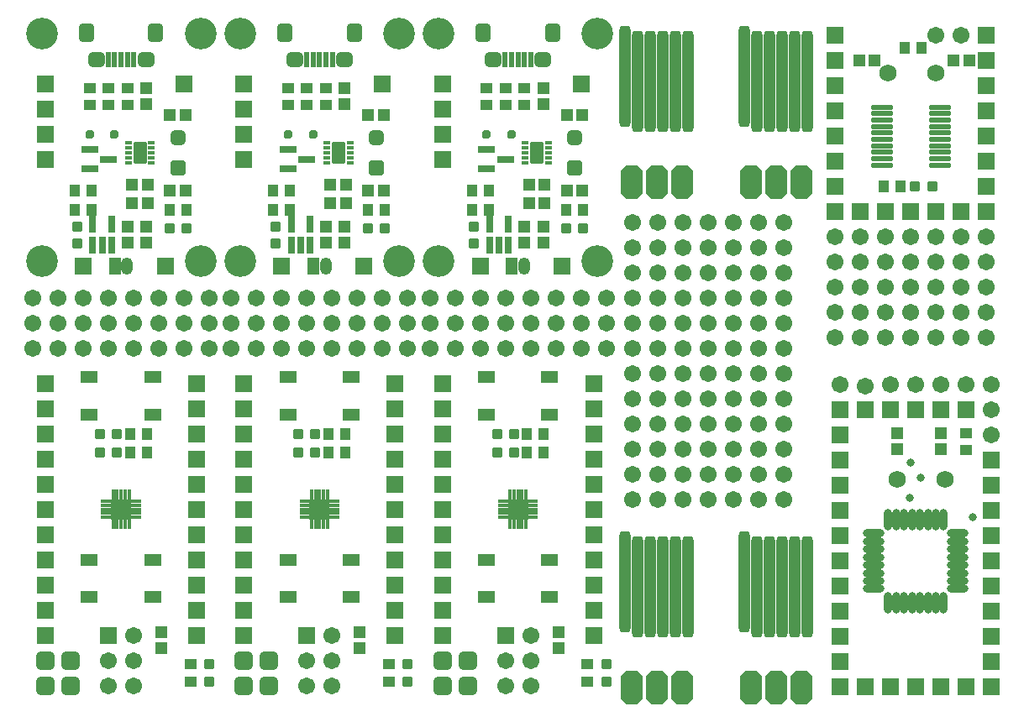
<source format=gts>
G04*
G04 #@! TF.GenerationSoftware,Altium Limited,Altium Designer,20.1.12 (249)*
G04*
G04 Layer_Color=8388736*
%FSLAX25Y25*%
%MOIN*%
G70*
G04*
G04 #@! TF.SameCoordinates,93090BFA-B333-45B1-ADBD-1567DB3BF8F2*
G04*
G04*
G04 #@! TF.FilePolarity,Negative*
G04*
G01*
G75*
%ADD60O,0.03162X0.08477*%
%ADD61O,0.08477X0.03162*%
%ADD62R,0.04737X0.04737*%
%ADD63R,0.04737X0.04343*%
%ADD64O,0.09068X0.02178*%
G04:AMPARAMS|DCode=65|XSize=39.5mil|YSize=39.5mil|CornerRadius=7.94mil|HoleSize=0mil|Usage=FLASHONLY|Rotation=180.000|XOffset=0mil|YOffset=0mil|HoleType=Round|Shape=RoundedRectangle|*
%AMROUNDEDRECTD65*
21,1,0.03950,0.02362,0,0,180.0*
21,1,0.02362,0.03950,0,0,180.0*
1,1,0.01587,-0.01181,0.01181*
1,1,0.01587,0.01181,0.01181*
1,1,0.01587,0.01181,-0.01181*
1,1,0.01587,-0.01181,-0.01181*
%
%ADD65ROUNDEDRECTD65*%
%ADD66R,0.04343X0.04737*%
%ADD67R,0.04737X0.04737*%
G04:AMPARAMS|DCode=68|XSize=86.74mil|YSize=135.95mil|CornerRadius=0mil|HoleSize=0mil|Usage=FLASHONLY|Rotation=360.000|XOffset=0mil|YOffset=0mil|HoleType=Round|Shape=Octagon|*
%AMOCTAGOND68*
4,1,8,-0.02169,0.06798,0.02169,0.06798,0.04337,0.04629,0.04337,-0.04629,0.02169,-0.06798,-0.02169,-0.06798,-0.04337,-0.04629,-0.04337,0.04629,-0.02169,0.06798,0.0*
%
%ADD68OCTAGOND68*%

G04:AMPARAMS|DCode=69|XSize=43.43mil|YSize=401.7mil|CornerRadius=12.86mil|HoleSize=0mil|Usage=FLASHONLY|Rotation=180.000|XOffset=0mil|YOffset=0mil|HoleType=Round|Shape=RoundedRectangle|*
%AMROUNDEDRECTD69*
21,1,0.04343,0.37598,0,0,180.0*
21,1,0.01772,0.40170,0,0,180.0*
1,1,0.02572,-0.00886,0.18799*
1,1,0.02572,0.00886,0.18799*
1,1,0.02572,0.00886,-0.18799*
1,1,0.02572,-0.00886,-0.18799*
%
%ADD69ROUNDEDRECTD69*%
%ADD70R,0.04737X0.04737*%
%ADD71R,0.07099X0.04737*%
G04:AMPARAMS|DCode=72|XSize=39.5mil|YSize=39.5mil|CornerRadius=7.94mil|HoleSize=0mil|Usage=FLASHONLY|Rotation=270.000|XOffset=0mil|YOffset=0mil|HoleType=Round|Shape=RoundedRectangle|*
%AMROUNDEDRECTD72*
21,1,0.03950,0.02362,0,0,270.0*
21,1,0.02362,0.03950,0,0,270.0*
1,1,0.01587,-0.01181,-0.01181*
1,1,0.01587,-0.01181,0.01181*
1,1,0.01587,0.01181,0.01181*
1,1,0.01587,0.01181,-0.01181*
%
%ADD72ROUNDEDRECTD72*%
%ADD73R,0.01587X0.03950*%
%ADD74R,0.03950X0.01587*%
%ADD75R,0.07887X0.07887*%
%ADD76R,0.02965X0.06509*%
%ADD77R,0.02965X0.06509*%
G04:AMPARAMS|DCode=78|XSize=31.62mil|YSize=35.56mil|CornerRadius=6.95mil|HoleSize=0mil|Usage=FLASHONLY|Rotation=180.000|XOffset=0mil|YOffset=0mil|HoleType=Round|Shape=RoundedRectangle|*
%AMROUNDEDRECTD78*
21,1,0.03162,0.02165,0,0,180.0*
21,1,0.01772,0.03556,0,0,180.0*
1,1,0.01391,-0.00886,0.01083*
1,1,0.01391,0.00886,0.01083*
1,1,0.01391,0.00886,-0.01083*
1,1,0.01391,-0.00886,-0.01083*
%
%ADD78ROUNDEDRECTD78*%
%ADD79R,0.03162X0.01784*%
G04:AMPARAMS|DCode=80|XSize=86.74mil|YSize=55.24mil|CornerRadius=9.91mil|HoleSize=0mil|Usage=FLASHONLY|Rotation=270.000|XOffset=0mil|YOffset=0mil|HoleType=Round|Shape=RoundedRectangle|*
%AMROUNDEDRECTD80*
21,1,0.08674,0.03543,0,0,270.0*
21,1,0.06693,0.05524,0,0,270.0*
1,1,0.01981,-0.01772,-0.03347*
1,1,0.01981,-0.01772,0.03347*
1,1,0.01981,0.01772,0.03347*
1,1,0.01981,0.01772,-0.03347*
%
%ADD80ROUNDEDRECTD80*%
G04:AMPARAMS|DCode=81|XSize=59.18mil|YSize=59.18mil|CornerRadius=10.4mil|HoleSize=0mil|Usage=FLASHONLY|Rotation=270.000|XOffset=0mil|YOffset=0mil|HoleType=Round|Shape=RoundedRectangle|*
%AMROUNDEDRECTD81*
21,1,0.05918,0.03839,0,0,270.0*
21,1,0.03839,0.05918,0,0,270.0*
1,1,0.02080,-0.01919,-0.01919*
1,1,0.02080,-0.01919,0.01919*
1,1,0.02080,0.01919,0.01919*
1,1,0.02080,0.01919,-0.01919*
%
%ADD81ROUNDEDRECTD81*%
G04:AMPARAMS|DCode=82|XSize=59.18mil|YSize=59.18mil|CornerRadius=16.8mil|HoleSize=0mil|Usage=FLASHONLY|Rotation=270.000|XOffset=0mil|YOffset=0mil|HoleType=Round|Shape=RoundedRectangle|*
%AMROUNDEDRECTD82*
21,1,0.05918,0.02559,0,0,270.0*
21,1,0.02559,0.05918,0,0,270.0*
1,1,0.03359,-0.01280,-0.01280*
1,1,0.03359,-0.01280,0.01280*
1,1,0.03359,0.01280,0.01280*
1,1,0.03359,0.01280,-0.01280*
%
%ADD82ROUNDEDRECTD82*%
%ADD83R,0.06706X0.03162*%
%ADD84R,0.02375X0.06115*%
%ADD85C,0.06706*%
%ADD86R,0.06706X0.06706*%
%ADD87C,0.06800*%
%ADD88R,0.06706X0.06706*%
%ADD89C,0.03162*%
G04:AMPARAMS|DCode=90|XSize=74.93mil|YSize=74.93mil|CornerRadius=20.73mil|HoleSize=0mil|Usage=FLASHONLY|Rotation=0.000|XOffset=0mil|YOffset=0mil|HoleType=Round|Shape=RoundedRectangle|*
%AMROUNDEDRECTD90*
21,1,0.07493,0.03347,0,0,0.0*
21,1,0.03347,0.07493,0,0,0.0*
1,1,0.04146,0.01673,-0.01673*
1,1,0.04146,-0.01673,-0.01673*
1,1,0.04146,-0.01673,0.01673*
1,1,0.04146,0.01673,0.01673*
%
%ADD90ROUNDEDRECTD90*%
%ADD91O,0.04737X0.06863*%
%ADD92R,0.04737X0.06800*%
%ADD93C,0.02769*%
G04:AMPARAMS|DCode=94|XSize=74.93mil|YSize=63.12mil|CornerRadius=17.78mil|HoleSize=0mil|Usage=FLASHONLY|Rotation=270.000|XOffset=0mil|YOffset=0mil|HoleType=Round|Shape=RoundedRectangle|*
%AMROUNDEDRECTD94*
21,1,0.07493,0.02756,0,0,270.0*
21,1,0.03937,0.06312,0,0,270.0*
1,1,0.03556,-0.01378,-0.01968*
1,1,0.03556,-0.01378,0.01968*
1,1,0.03556,0.01378,0.01968*
1,1,0.03556,0.01378,-0.01968*
%
%ADD94ROUNDEDRECTD94*%
G04:AMPARAMS|DCode=95|XSize=68mil|YSize=57.21mil|CornerRadius=16.3mil|HoleSize=0mil|Usage=FLASHONLY|Rotation=180.000|XOffset=0mil|YOffset=0mil|HoleType=Round|Shape=RoundedRectangle|*
%AMROUNDEDRECTD95*
21,1,0.06800,0.02461,0,0,180.0*
21,1,0.03539,0.05721,0,0,180.0*
1,1,0.03261,-0.01770,0.01230*
1,1,0.03261,0.01770,0.01230*
1,1,0.03261,0.01770,-0.01230*
1,1,0.03261,-0.01770,-0.01230*
%
%ADD95ROUNDEDRECTD95*%
%ADD96C,0.12611*%
D60*
X365827Y74744D02*
D03*
X362677D02*
D03*
X359528D02*
D03*
X356378D02*
D03*
X353228D02*
D03*
X350079D02*
D03*
X346929D02*
D03*
X343779D02*
D03*
Y41476D02*
D03*
X346929D02*
D03*
X350079D02*
D03*
X353228D02*
D03*
X356378D02*
D03*
X359528D02*
D03*
X362677D02*
D03*
X365827D02*
D03*
D61*
X338169Y69134D02*
D03*
Y65984D02*
D03*
Y62835D02*
D03*
Y59685D02*
D03*
Y56536D02*
D03*
Y53386D02*
D03*
Y50236D02*
D03*
Y47087D02*
D03*
X371437D02*
D03*
Y50236D02*
D03*
Y53386D02*
D03*
Y56536D02*
D03*
Y59685D02*
D03*
Y62835D02*
D03*
Y65984D02*
D03*
Y69134D02*
D03*
D62*
X347303Y108760D02*
D03*
Y102461D02*
D03*
X364803Y108760D02*
D03*
Y102461D02*
D03*
X199350Y184567D02*
D03*
Y190866D02*
D03*
X206850D02*
D03*
Y184567D02*
D03*
Y245866D02*
D03*
Y239567D02*
D03*
X120610Y184567D02*
D03*
Y190866D02*
D03*
X128110D02*
D03*
Y184567D02*
D03*
Y245866D02*
D03*
Y239567D02*
D03*
X41870Y184567D02*
D03*
Y190866D02*
D03*
X49370D02*
D03*
Y184567D02*
D03*
Y245866D02*
D03*
Y239567D02*
D03*
D63*
X374803Y108957D02*
D03*
Y102264D02*
D03*
X224350Y10394D02*
D03*
Y17087D02*
D03*
X145610Y10394D02*
D03*
Y17087D02*
D03*
X184350Y239370D02*
D03*
Y246063D02*
D03*
X191850Y239370D02*
D03*
Y246063D02*
D03*
X199350Y239370D02*
D03*
Y246063D02*
D03*
X105610Y239370D02*
D03*
Y246063D02*
D03*
X113110Y239370D02*
D03*
Y246063D02*
D03*
X120610Y239370D02*
D03*
Y246063D02*
D03*
X26870Y239370D02*
D03*
Y246063D02*
D03*
X34370Y239370D02*
D03*
Y246063D02*
D03*
X41870Y239370D02*
D03*
Y246063D02*
D03*
X66870Y10394D02*
D03*
Y17087D02*
D03*
D64*
X364252Y215335D02*
D03*
Y217894D02*
D03*
Y220453D02*
D03*
Y223012D02*
D03*
Y225571D02*
D03*
Y228130D02*
D03*
Y230689D02*
D03*
Y233248D02*
D03*
Y235807D02*
D03*
Y238366D02*
D03*
X341417Y215335D02*
D03*
Y217894D02*
D03*
Y220453D02*
D03*
Y223012D02*
D03*
Y225571D02*
D03*
Y228130D02*
D03*
Y230689D02*
D03*
Y233248D02*
D03*
Y235807D02*
D03*
Y238366D02*
D03*
D65*
X354488Y206850D02*
D03*
X361181D02*
D03*
X195197Y101240D02*
D03*
X188504D02*
D03*
Y108740D02*
D03*
X195197D02*
D03*
X116457Y101240D02*
D03*
X109764D02*
D03*
Y108740D02*
D03*
X116457D02*
D03*
X222697Y190217D02*
D03*
X216004D02*
D03*
X143957D02*
D03*
X137264D02*
D03*
X65216D02*
D03*
X58524D02*
D03*
X37716Y101240D02*
D03*
X31024D02*
D03*
Y108740D02*
D03*
X37716D02*
D03*
D66*
X348681Y206850D02*
D03*
X341988D02*
D03*
X350335Y261850D02*
D03*
X357028D02*
D03*
X207106Y101240D02*
D03*
X200413D02*
D03*
X207106Y108740D02*
D03*
X200413D02*
D03*
X128366Y101240D02*
D03*
X121673D02*
D03*
X128366Y108740D02*
D03*
X121673D02*
D03*
X216004Y197717D02*
D03*
X222697D02*
D03*
X185197D02*
D03*
X178504D02*
D03*
X185197Y205217D02*
D03*
X178504D02*
D03*
X137264Y197717D02*
D03*
X143957D02*
D03*
X106457D02*
D03*
X99764D02*
D03*
X106457Y205217D02*
D03*
X99764D02*
D03*
X58524Y197717D02*
D03*
X65216D02*
D03*
X27717D02*
D03*
X21024D02*
D03*
X27717Y205217D02*
D03*
X21024D02*
D03*
X49626Y101240D02*
D03*
X42933D02*
D03*
X49626Y108740D02*
D03*
X42933D02*
D03*
D67*
X369685Y256850D02*
D03*
X375984D02*
D03*
X338484D02*
D03*
X332185D02*
D03*
X207500Y200217D02*
D03*
X201201D02*
D03*
X207500Y207717D02*
D03*
X201201D02*
D03*
X216201Y205217D02*
D03*
X222500D02*
D03*
Y235217D02*
D03*
X216201D02*
D03*
X128760Y200217D02*
D03*
X122461D02*
D03*
X128760Y207717D02*
D03*
X122461D02*
D03*
X137461Y205217D02*
D03*
X143760D02*
D03*
Y235217D02*
D03*
X137461D02*
D03*
X50020Y200217D02*
D03*
X43720D02*
D03*
X50020Y207717D02*
D03*
X43720D02*
D03*
X58720Y205217D02*
D03*
X65020D02*
D03*
Y235217D02*
D03*
X58720D02*
D03*
D68*
X289213Y7874D02*
D03*
X299213D02*
D03*
X309213D02*
D03*
X241968D02*
D03*
X251969D02*
D03*
X261968D02*
D03*
X289213Y208661D02*
D03*
X299213D02*
D03*
X309213D02*
D03*
X241968D02*
D03*
X251969D02*
D03*
X261968D02*
D03*
D69*
X301713Y47933D02*
D03*
X291713D02*
D03*
X311713D02*
D03*
X306713D02*
D03*
X296713D02*
D03*
X286713Y49803D02*
D03*
X254468Y47933D02*
D03*
X244468D02*
D03*
X264469D02*
D03*
X259469D02*
D03*
X249468D02*
D03*
X239469Y49803D02*
D03*
X301713Y248721D02*
D03*
X291713D02*
D03*
X311713D02*
D03*
X306713D02*
D03*
X296713D02*
D03*
X286713Y250590D02*
D03*
X254468Y248721D02*
D03*
X244468D02*
D03*
X264469D02*
D03*
X259469D02*
D03*
X249468D02*
D03*
X239469Y250590D02*
D03*
D70*
X212850Y29890D02*
D03*
Y23591D02*
D03*
X134110Y29890D02*
D03*
Y23591D02*
D03*
X55370Y29890D02*
D03*
Y23591D02*
D03*
D71*
X184252Y58720D02*
D03*
Y43760D02*
D03*
X209449D02*
D03*
Y58720D02*
D03*
X184252Y131220D02*
D03*
Y116260D02*
D03*
X209449D02*
D03*
Y131220D02*
D03*
X105512Y58720D02*
D03*
Y43760D02*
D03*
X130709D02*
D03*
Y58720D02*
D03*
X105512Y131220D02*
D03*
Y116260D02*
D03*
X130709D02*
D03*
Y131220D02*
D03*
X26772Y58720D02*
D03*
Y43760D02*
D03*
X51968D02*
D03*
Y58720D02*
D03*
X26772Y131220D02*
D03*
Y116260D02*
D03*
X51968D02*
D03*
Y131220D02*
D03*
D72*
X231850Y17087D02*
D03*
Y10394D02*
D03*
X153110Y17087D02*
D03*
Y10394D02*
D03*
X179350Y184370D02*
D03*
Y191063D02*
D03*
X100610Y184370D02*
D03*
Y191063D02*
D03*
X21870Y184370D02*
D03*
Y191063D02*
D03*
X74370Y17087D02*
D03*
Y10394D02*
D03*
D73*
X193701Y72835D02*
D03*
X195276D02*
D03*
X196850D02*
D03*
X198425D02*
D03*
X200000D02*
D03*
Y84646D02*
D03*
X198425D02*
D03*
X196850D02*
D03*
X195276D02*
D03*
X193701D02*
D03*
X114961Y72835D02*
D03*
X116535D02*
D03*
X118110D02*
D03*
X119685D02*
D03*
X121260D02*
D03*
Y84646D02*
D03*
X119685D02*
D03*
X118110D02*
D03*
X116535D02*
D03*
X114961D02*
D03*
X36220Y72835D02*
D03*
X37795D02*
D03*
X39370D02*
D03*
X40945D02*
D03*
X42520D02*
D03*
Y84646D02*
D03*
X40945D02*
D03*
X39370D02*
D03*
X37795D02*
D03*
X36220D02*
D03*
D74*
X202756Y75590D02*
D03*
Y77165D02*
D03*
Y78740D02*
D03*
Y80315D02*
D03*
Y81890D02*
D03*
X190945D02*
D03*
Y80315D02*
D03*
Y78740D02*
D03*
Y77165D02*
D03*
Y75590D02*
D03*
X124016D02*
D03*
Y77165D02*
D03*
Y78740D02*
D03*
Y80315D02*
D03*
Y81890D02*
D03*
X112205D02*
D03*
Y80315D02*
D03*
Y78740D02*
D03*
Y77165D02*
D03*
Y75590D02*
D03*
X45276D02*
D03*
Y77165D02*
D03*
Y78740D02*
D03*
Y80315D02*
D03*
Y81890D02*
D03*
X33465D02*
D03*
Y80315D02*
D03*
Y78740D02*
D03*
Y77165D02*
D03*
Y75590D02*
D03*
D75*
X196850Y78740D02*
D03*
X118110D02*
D03*
X39370D02*
D03*
D76*
X185610Y191949D02*
D03*
X193091D02*
D03*
Y183484D02*
D03*
X189350D02*
D03*
X106870Y191949D02*
D03*
X114350D02*
D03*
Y183484D02*
D03*
X110610D02*
D03*
X28130Y191949D02*
D03*
X35610D02*
D03*
Y183484D02*
D03*
X31870D02*
D03*
D77*
X185610Y183484D02*
D03*
X106870D02*
D03*
X28130D02*
D03*
D78*
X194272Y227717D02*
D03*
X184429D02*
D03*
X115532D02*
D03*
X105689D02*
D03*
X36791D02*
D03*
X26949D02*
D03*
D79*
X208957Y216280D02*
D03*
Y218248D02*
D03*
Y220217D02*
D03*
Y222185D02*
D03*
Y224154D02*
D03*
X199744Y216280D02*
D03*
Y218248D02*
D03*
Y220217D02*
D03*
Y222185D02*
D03*
Y224154D02*
D03*
X130217Y216280D02*
D03*
Y218248D02*
D03*
Y220217D02*
D03*
Y222185D02*
D03*
Y224154D02*
D03*
X121004Y216280D02*
D03*
Y218248D02*
D03*
Y220217D02*
D03*
Y222185D02*
D03*
Y224154D02*
D03*
X51476Y216280D02*
D03*
Y218248D02*
D03*
Y220217D02*
D03*
Y222185D02*
D03*
Y224154D02*
D03*
X42264Y216280D02*
D03*
Y218248D02*
D03*
Y220217D02*
D03*
Y222185D02*
D03*
Y224154D02*
D03*
D80*
X204350Y220217D02*
D03*
X125610D02*
D03*
X46870D02*
D03*
D81*
X219350Y214114D02*
D03*
X140610D02*
D03*
X61870D02*
D03*
D82*
X219350Y226319D02*
D03*
X140610D02*
D03*
X61870D02*
D03*
D83*
X191850Y217717D02*
D03*
X184370Y213976D02*
D03*
Y221457D02*
D03*
X113110Y217717D02*
D03*
X105630Y213976D02*
D03*
Y221457D02*
D03*
X34370Y217717D02*
D03*
X26890Y213976D02*
D03*
Y221457D02*
D03*
D84*
X196850Y257087D02*
D03*
X194291D02*
D03*
X191732D02*
D03*
X199409D02*
D03*
X201969D02*
D03*
X118110D02*
D03*
X115551D02*
D03*
X112992D02*
D03*
X120669D02*
D03*
X123228D02*
D03*
X39370D02*
D03*
X36811D02*
D03*
X34252D02*
D03*
X41929D02*
D03*
X44488D02*
D03*
D85*
X242500Y82500D02*
D03*
Y92500D02*
D03*
X252500D02*
D03*
Y82500D02*
D03*
X262500D02*
D03*
Y92500D02*
D03*
X272500D02*
D03*
Y82500D02*
D03*
X282500D02*
D03*
Y92500D02*
D03*
X292500D02*
D03*
Y82500D02*
D03*
X302500D02*
D03*
Y92500D02*
D03*
Y112500D02*
D03*
Y102500D02*
D03*
X292500D02*
D03*
Y112500D02*
D03*
X282500D02*
D03*
Y102500D02*
D03*
X272500D02*
D03*
Y112500D02*
D03*
X262500D02*
D03*
Y102500D02*
D03*
X252500D02*
D03*
Y112500D02*
D03*
X242500D02*
D03*
Y102500D02*
D03*
X302500Y132500D02*
D03*
Y122500D02*
D03*
X292500D02*
D03*
Y132500D02*
D03*
X282500D02*
D03*
Y122500D02*
D03*
X272500D02*
D03*
Y132500D02*
D03*
X262500D02*
D03*
Y122500D02*
D03*
X252500D02*
D03*
Y132500D02*
D03*
X242500D02*
D03*
Y122500D02*
D03*
Y182500D02*
D03*
Y192500D02*
D03*
X252500D02*
D03*
Y182500D02*
D03*
X262500D02*
D03*
Y192500D02*
D03*
X272500D02*
D03*
Y182500D02*
D03*
X282500D02*
D03*
Y192500D02*
D03*
X292500D02*
D03*
Y182500D02*
D03*
X302500D02*
D03*
Y192500D02*
D03*
X242500Y162500D02*
D03*
Y172500D02*
D03*
X252500D02*
D03*
Y162500D02*
D03*
X262500D02*
D03*
Y172500D02*
D03*
X272500D02*
D03*
Y162500D02*
D03*
X282500D02*
D03*
Y172500D02*
D03*
X292500D02*
D03*
Y162500D02*
D03*
X302500D02*
D03*
Y172500D02*
D03*
Y152500D02*
D03*
Y142500D02*
D03*
X292500D02*
D03*
Y152500D02*
D03*
X282500D02*
D03*
Y142500D02*
D03*
X272500D02*
D03*
Y152500D02*
D03*
X262500D02*
D03*
Y142500D02*
D03*
X252500D02*
D03*
Y152500D02*
D03*
X242500D02*
D03*
Y142500D02*
D03*
X324803Y128110D02*
D03*
X334766Y127673D02*
D03*
X344803Y128110D02*
D03*
X354803D02*
D03*
X364803D02*
D03*
X374803D02*
D03*
X384803D02*
D03*
Y108110D02*
D03*
Y118110D02*
D03*
X332835Y146850D02*
D03*
X342835D02*
D03*
Y166850D02*
D03*
Y156850D02*
D03*
X332835D02*
D03*
Y166850D02*
D03*
X342835Y186850D02*
D03*
Y176850D02*
D03*
X332835D02*
D03*
Y186850D02*
D03*
X322835Y176850D02*
D03*
Y186850D02*
D03*
X352835D02*
D03*
Y176850D02*
D03*
X362835D02*
D03*
Y186850D02*
D03*
X372835D02*
D03*
Y176850D02*
D03*
X382835D02*
D03*
Y186850D02*
D03*
X322835Y156850D02*
D03*
Y166850D02*
D03*
X352835D02*
D03*
Y156850D02*
D03*
X362835D02*
D03*
Y166850D02*
D03*
X372835D02*
D03*
Y156850D02*
D03*
X382835D02*
D03*
Y166850D02*
D03*
Y146850D02*
D03*
X372835D02*
D03*
X362835D02*
D03*
X352835D02*
D03*
X322835D02*
D03*
X362835Y266850D02*
D03*
X372835D02*
D03*
X201850Y8740D02*
D03*
X191850D02*
D03*
X201850Y18740D02*
D03*
X191850D02*
D03*
X201850Y28740D02*
D03*
X123110Y8740D02*
D03*
X113110D02*
D03*
X123110Y18740D02*
D03*
X113110D02*
D03*
X123110Y28740D02*
D03*
X161850Y162717D02*
D03*
Y152717D02*
D03*
Y142717D02*
D03*
X171850Y162717D02*
D03*
Y152717D02*
D03*
Y142717D02*
D03*
X181850Y162717D02*
D03*
Y152717D02*
D03*
Y142717D02*
D03*
X191850Y162717D02*
D03*
Y152717D02*
D03*
Y142717D02*
D03*
X201850Y162717D02*
D03*
Y152717D02*
D03*
Y142717D02*
D03*
X211850Y162717D02*
D03*
Y152717D02*
D03*
Y142717D02*
D03*
X221850Y162717D02*
D03*
Y152717D02*
D03*
Y142717D02*
D03*
X231850D02*
D03*
Y152717D02*
D03*
Y162717D02*
D03*
X83110D02*
D03*
Y152717D02*
D03*
Y142717D02*
D03*
X93110Y162717D02*
D03*
Y152717D02*
D03*
Y142717D02*
D03*
X103110Y162717D02*
D03*
Y152717D02*
D03*
Y142717D02*
D03*
X113110Y162717D02*
D03*
Y152717D02*
D03*
Y142717D02*
D03*
X123110Y162717D02*
D03*
Y152717D02*
D03*
Y142717D02*
D03*
X133110Y162717D02*
D03*
Y152717D02*
D03*
Y142717D02*
D03*
X143110Y162717D02*
D03*
Y152717D02*
D03*
Y142717D02*
D03*
X153110D02*
D03*
Y152717D02*
D03*
Y162717D02*
D03*
X4370D02*
D03*
Y152717D02*
D03*
Y142717D02*
D03*
X14370Y162717D02*
D03*
Y152717D02*
D03*
Y142717D02*
D03*
X24370Y162717D02*
D03*
Y152717D02*
D03*
Y142717D02*
D03*
X34370Y162717D02*
D03*
Y152717D02*
D03*
Y142717D02*
D03*
X44370Y162717D02*
D03*
Y152717D02*
D03*
Y142717D02*
D03*
X54370Y162717D02*
D03*
Y152717D02*
D03*
Y142717D02*
D03*
X64370Y162717D02*
D03*
Y152717D02*
D03*
Y142717D02*
D03*
X74370D02*
D03*
Y152717D02*
D03*
Y162717D02*
D03*
X44370Y8740D02*
D03*
X34370D02*
D03*
X44370Y18740D02*
D03*
X34370D02*
D03*
X44370Y28740D02*
D03*
D86*
X384803Y88110D02*
D03*
Y98110D02*
D03*
Y68110D02*
D03*
Y48110D02*
D03*
Y38110D02*
D03*
Y28110D02*
D03*
X324803Y38110D02*
D03*
Y48110D02*
D03*
X384803Y18110D02*
D03*
X344803Y8110D02*
D03*
X334803D02*
D03*
X324803D02*
D03*
Y18110D02*
D03*
Y28110D02*
D03*
Y58110D02*
D03*
Y68110D02*
D03*
Y78110D02*
D03*
Y88110D02*
D03*
Y98110D02*
D03*
Y108110D02*
D03*
X334803Y118110D02*
D03*
X344803D02*
D03*
X342835Y196850D02*
D03*
X191850Y28740D02*
D03*
X226850Y68740D02*
D03*
Y108740D02*
D03*
Y128740D02*
D03*
Y98740D02*
D03*
Y88740D02*
D03*
Y58740D02*
D03*
Y48740D02*
D03*
Y28740D02*
D03*
Y118740D02*
D03*
Y78740D02*
D03*
Y38740D02*
D03*
X166850Y28740D02*
D03*
Y38740D02*
D03*
X113110Y28740D02*
D03*
X148110Y68740D02*
D03*
Y108740D02*
D03*
Y128740D02*
D03*
Y98740D02*
D03*
Y88740D02*
D03*
Y58740D02*
D03*
Y48740D02*
D03*
Y28740D02*
D03*
Y118740D02*
D03*
Y78740D02*
D03*
Y38740D02*
D03*
X88110Y28740D02*
D03*
Y38740D02*
D03*
X221850Y247717D02*
D03*
X166850D02*
D03*
X214350Y175217D02*
D03*
X181850D02*
D03*
X166850Y237717D02*
D03*
Y217717D02*
D03*
Y227717D02*
D03*
X143110Y247717D02*
D03*
X88110D02*
D03*
X135610Y175217D02*
D03*
X103110D02*
D03*
X88110Y237717D02*
D03*
Y217717D02*
D03*
Y227717D02*
D03*
X64370Y247717D02*
D03*
X9370D02*
D03*
X56870Y175217D02*
D03*
X24370D02*
D03*
X9370Y237717D02*
D03*
Y217717D02*
D03*
Y227717D02*
D03*
X34370Y28740D02*
D03*
X69370Y68740D02*
D03*
Y108740D02*
D03*
Y128740D02*
D03*
Y98740D02*
D03*
Y88740D02*
D03*
Y58740D02*
D03*
Y48740D02*
D03*
Y28740D02*
D03*
Y118740D02*
D03*
Y78740D02*
D03*
Y38740D02*
D03*
X9370Y28740D02*
D03*
Y38740D02*
D03*
D87*
X366303Y90610D02*
D03*
X347303D02*
D03*
X362835Y251850D02*
D03*
X343835D02*
D03*
D88*
X324803Y118110D02*
D03*
X384803Y8110D02*
D03*
X374803D02*
D03*
X364803D02*
D03*
X354803D02*
D03*
X364803Y118110D02*
D03*
X384803Y78110D02*
D03*
X354803Y118110D02*
D03*
X374803D02*
D03*
X384803Y58110D02*
D03*
X322835Y226850D02*
D03*
Y216850D02*
D03*
Y206850D02*
D03*
Y196850D02*
D03*
X332835D02*
D03*
X352835D02*
D03*
X362835D02*
D03*
X372835D02*
D03*
X382835Y206850D02*
D03*
Y216850D02*
D03*
Y226850D02*
D03*
Y236850D02*
D03*
Y246850D02*
D03*
X382835Y256850D02*
D03*
X382835Y196850D02*
D03*
X322835Y256850D02*
D03*
Y246850D02*
D03*
Y266850D02*
D03*
Y236850D02*
D03*
X382835Y266850D02*
D03*
X166850Y68740D02*
D03*
Y128740D02*
D03*
Y108740D02*
D03*
Y98740D02*
D03*
Y88740D02*
D03*
Y58740D02*
D03*
Y48740D02*
D03*
Y118740D02*
D03*
Y78740D02*
D03*
X88110Y68740D02*
D03*
Y128740D02*
D03*
Y108740D02*
D03*
Y98740D02*
D03*
Y88740D02*
D03*
Y58740D02*
D03*
Y48740D02*
D03*
Y118740D02*
D03*
Y78740D02*
D03*
X9370Y68740D02*
D03*
Y128740D02*
D03*
Y108740D02*
D03*
Y98740D02*
D03*
Y88740D02*
D03*
Y58740D02*
D03*
Y48740D02*
D03*
Y118740D02*
D03*
Y78740D02*
D03*
D89*
X352803Y97110D02*
D03*
X356803Y91110D02*
D03*
X352303Y83110D02*
D03*
X377303Y75610D02*
D03*
D90*
X176850Y8740D02*
D03*
Y18740D02*
D03*
X166850Y8740D02*
D03*
Y18740D02*
D03*
X98110Y8740D02*
D03*
Y18740D02*
D03*
X88110Y8740D02*
D03*
Y18740D02*
D03*
X19370Y8740D02*
D03*
Y18740D02*
D03*
X9370Y8740D02*
D03*
Y18740D02*
D03*
D91*
X199311Y175217D02*
D03*
X120571D02*
D03*
X41831D02*
D03*
D92*
X194390D02*
D03*
X115650D02*
D03*
X36909D02*
D03*
D93*
X204350Y220217D02*
D03*
Y222717D02*
D03*
Y217717D02*
D03*
X125610Y220217D02*
D03*
Y222717D02*
D03*
Y217717D02*
D03*
X46870Y220217D02*
D03*
Y222717D02*
D03*
Y217717D02*
D03*
D94*
X183071Y267815D02*
D03*
X210630D02*
D03*
X104331D02*
D03*
X131890D02*
D03*
X25591D02*
D03*
X53150D02*
D03*
D95*
X187008Y257087D02*
D03*
X206693D02*
D03*
X108268D02*
D03*
X127953D02*
D03*
X29528D02*
D03*
X49213D02*
D03*
D96*
X165354Y177165D02*
D03*
Y267717D02*
D03*
X228346Y177165D02*
D03*
Y267717D02*
D03*
X86614Y177165D02*
D03*
Y267717D02*
D03*
X149606Y177165D02*
D03*
Y267717D02*
D03*
X7874Y177165D02*
D03*
Y267717D02*
D03*
X70866Y177165D02*
D03*
Y267717D02*
D03*
M02*

</source>
